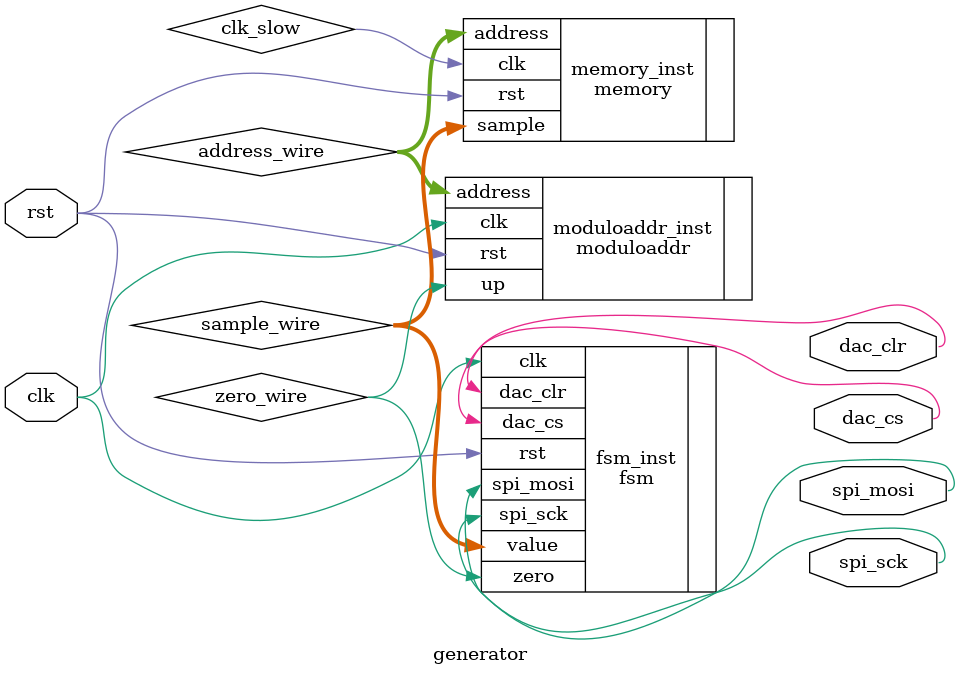
<source format=v>
`timescale 1ns / 1ps
module generator #(parameter DIV = 50000) (
    input clk,
    input rst,
    output spi_mosi,
    output dac_cs,
    output dac_clr,
    output spi_sck
    );
	 
	 wire [11:0] address_wire, sample_wire;
	 
	 moduloaddr moduloaddr_inst (
		.clk(clk),
		.rst(rst),
		.up(zero_wire),
		.address(address_wire)
	 );
	 
	 memory memory_inst (
		.clk(clk_slow),
		.rst(rst),
		.address(address_wire),
		.sample(sample_wire)
    );
	 
	 fsm fsm_inst (
		.clk(clk),
		.rst(rst),
		.value(sample_wire),
		.zero(zero_wire),
		.spi_mosi(spi_mosi),
		.dac_cs(dac_cs),
		.dac_clr(dac_clr),
		.spi_sck(spi_sck)
    );


endmodule

</source>
